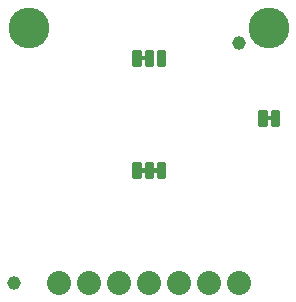
<source format=gbs>
G04 EAGLE Gerber RS-274X export*
G75*
%MOMM*%
%FSLAX34Y34*%
%LPD*%
%INSoldermask Bottom*%
%IPPOS*%
%AMOC8*
5,1,8,0,0,1.08239X$1,22.5*%
G01*
%ADD10C,3.454400*%
%ADD11C,1.152400*%
%ADD12C,2.032000*%
%ADD13C,0.251966*%

G36*
X134050Y106057D02*
X134050Y106057D01*
X134116Y106059D01*
X134159Y106077D01*
X134206Y106085D01*
X134263Y106119D01*
X134323Y106144D01*
X134358Y106175D01*
X134399Y106200D01*
X134441Y106251D01*
X134489Y106295D01*
X134511Y106337D01*
X134540Y106374D01*
X134561Y106436D01*
X134592Y106495D01*
X134600Y106549D01*
X134612Y106586D01*
X134611Y106626D01*
X134619Y106680D01*
X134619Y109220D01*
X134608Y109285D01*
X134606Y109351D01*
X134588Y109394D01*
X134580Y109441D01*
X134546Y109498D01*
X134521Y109558D01*
X134490Y109593D01*
X134465Y109634D01*
X134414Y109676D01*
X134370Y109724D01*
X134328Y109746D01*
X134291Y109775D01*
X134229Y109796D01*
X134170Y109827D01*
X134116Y109835D01*
X134079Y109847D01*
X134039Y109846D01*
X133985Y109854D01*
X130175Y109854D01*
X130110Y109843D01*
X130044Y109841D01*
X130001Y109823D01*
X129954Y109815D01*
X129897Y109781D01*
X129837Y109756D01*
X129802Y109725D01*
X129761Y109700D01*
X129720Y109649D01*
X129671Y109605D01*
X129649Y109563D01*
X129620Y109526D01*
X129599Y109464D01*
X129568Y109405D01*
X129560Y109351D01*
X129548Y109314D01*
X129548Y109311D01*
X129549Y109274D01*
X129541Y109220D01*
X129541Y106680D01*
X129552Y106615D01*
X129554Y106549D01*
X129572Y106506D01*
X129580Y106459D01*
X129614Y106402D01*
X129639Y106342D01*
X129670Y106307D01*
X129695Y106266D01*
X129746Y106225D01*
X129790Y106176D01*
X129832Y106154D01*
X129869Y106125D01*
X129931Y106104D01*
X129990Y106073D01*
X130044Y106065D01*
X130081Y106053D01*
X130121Y106054D01*
X130175Y106046D01*
X133985Y106046D01*
X134050Y106057D01*
G37*
G36*
X123890Y106057D02*
X123890Y106057D01*
X123956Y106059D01*
X123999Y106077D01*
X124046Y106085D01*
X124103Y106119D01*
X124163Y106144D01*
X124198Y106175D01*
X124239Y106200D01*
X124281Y106251D01*
X124329Y106295D01*
X124351Y106337D01*
X124380Y106374D01*
X124401Y106436D01*
X124432Y106495D01*
X124440Y106549D01*
X124452Y106586D01*
X124451Y106626D01*
X124459Y106680D01*
X124459Y109220D01*
X124448Y109285D01*
X124446Y109351D01*
X124428Y109394D01*
X124420Y109441D01*
X124386Y109498D01*
X124361Y109558D01*
X124330Y109593D01*
X124305Y109634D01*
X124254Y109676D01*
X124210Y109724D01*
X124168Y109746D01*
X124131Y109775D01*
X124069Y109796D01*
X124010Y109827D01*
X123956Y109835D01*
X123919Y109847D01*
X123879Y109846D01*
X123825Y109854D01*
X120015Y109854D01*
X119950Y109843D01*
X119884Y109841D01*
X119841Y109823D01*
X119794Y109815D01*
X119737Y109781D01*
X119677Y109756D01*
X119642Y109725D01*
X119601Y109700D01*
X119560Y109649D01*
X119511Y109605D01*
X119489Y109563D01*
X119460Y109526D01*
X119439Y109464D01*
X119408Y109405D01*
X119400Y109351D01*
X119388Y109314D01*
X119388Y109311D01*
X119389Y109274D01*
X119381Y109220D01*
X119381Y106680D01*
X119392Y106615D01*
X119394Y106549D01*
X119412Y106506D01*
X119420Y106459D01*
X119454Y106402D01*
X119479Y106342D01*
X119510Y106307D01*
X119535Y106266D01*
X119586Y106225D01*
X119630Y106176D01*
X119672Y106154D01*
X119709Y106125D01*
X119771Y106104D01*
X119830Y106073D01*
X119884Y106065D01*
X119921Y106053D01*
X119961Y106054D01*
X120015Y106046D01*
X123825Y106046D01*
X123890Y106057D01*
G37*
G36*
X123890Y201307D02*
X123890Y201307D01*
X123956Y201309D01*
X123999Y201327D01*
X124046Y201335D01*
X124103Y201369D01*
X124163Y201394D01*
X124198Y201425D01*
X124239Y201450D01*
X124281Y201501D01*
X124329Y201545D01*
X124351Y201587D01*
X124380Y201624D01*
X124401Y201686D01*
X124432Y201745D01*
X124440Y201799D01*
X124452Y201836D01*
X124451Y201876D01*
X124459Y201930D01*
X124459Y204470D01*
X124448Y204535D01*
X124446Y204601D01*
X124428Y204644D01*
X124420Y204691D01*
X124386Y204748D01*
X124361Y204808D01*
X124330Y204843D01*
X124305Y204884D01*
X124254Y204926D01*
X124210Y204974D01*
X124168Y204996D01*
X124131Y205025D01*
X124069Y205046D01*
X124010Y205077D01*
X123956Y205085D01*
X123919Y205097D01*
X123879Y205096D01*
X123825Y205104D01*
X120015Y205104D01*
X119950Y205093D01*
X119884Y205091D01*
X119841Y205073D01*
X119794Y205065D01*
X119737Y205031D01*
X119677Y205006D01*
X119642Y204975D01*
X119601Y204950D01*
X119560Y204899D01*
X119511Y204855D01*
X119489Y204813D01*
X119460Y204776D01*
X119439Y204714D01*
X119408Y204655D01*
X119400Y204601D01*
X119388Y204564D01*
X119388Y204561D01*
X119389Y204524D01*
X119381Y204470D01*
X119381Y201930D01*
X119392Y201865D01*
X119394Y201799D01*
X119412Y201756D01*
X119420Y201709D01*
X119454Y201652D01*
X119479Y201592D01*
X119510Y201557D01*
X119535Y201516D01*
X119586Y201475D01*
X119630Y201426D01*
X119672Y201404D01*
X119709Y201375D01*
X119771Y201354D01*
X119830Y201323D01*
X119884Y201315D01*
X119921Y201303D01*
X119961Y201304D01*
X120015Y201296D01*
X123825Y201296D01*
X123890Y201307D01*
G37*
G36*
X230570Y150507D02*
X230570Y150507D01*
X230636Y150509D01*
X230679Y150527D01*
X230726Y150535D01*
X230783Y150569D01*
X230843Y150594D01*
X230878Y150625D01*
X230919Y150650D01*
X230961Y150701D01*
X231009Y150745D01*
X231031Y150787D01*
X231060Y150824D01*
X231081Y150886D01*
X231112Y150945D01*
X231120Y150999D01*
X231132Y151036D01*
X231131Y151076D01*
X231139Y151130D01*
X231139Y153670D01*
X231128Y153735D01*
X231126Y153801D01*
X231108Y153844D01*
X231100Y153891D01*
X231066Y153948D01*
X231041Y154008D01*
X231010Y154043D01*
X230985Y154084D01*
X230934Y154126D01*
X230890Y154174D01*
X230848Y154196D01*
X230811Y154225D01*
X230749Y154246D01*
X230690Y154277D01*
X230636Y154285D01*
X230599Y154297D01*
X230559Y154296D01*
X230505Y154304D01*
X226695Y154304D01*
X226630Y154293D01*
X226564Y154291D01*
X226521Y154273D01*
X226474Y154265D01*
X226417Y154231D01*
X226357Y154206D01*
X226322Y154175D01*
X226281Y154150D01*
X226240Y154099D01*
X226191Y154055D01*
X226169Y154013D01*
X226140Y153976D01*
X226119Y153914D01*
X226088Y153855D01*
X226080Y153801D01*
X226068Y153764D01*
X226068Y153761D01*
X226069Y153724D01*
X226061Y153670D01*
X226061Y151130D01*
X226072Y151065D01*
X226074Y150999D01*
X226092Y150956D01*
X226100Y150909D01*
X226134Y150852D01*
X226159Y150792D01*
X226190Y150757D01*
X226215Y150716D01*
X226266Y150675D01*
X226310Y150626D01*
X226352Y150604D01*
X226389Y150575D01*
X226451Y150554D01*
X226510Y150523D01*
X226564Y150515D01*
X226601Y150503D01*
X226641Y150504D01*
X226695Y150496D01*
X230505Y150496D01*
X230570Y150507D01*
G37*
D10*
X228600Y228600D03*
X25400Y228600D03*
D11*
X12700Y12700D03*
X203200Y215900D03*
D12*
X50800Y12700D03*
X76200Y12700D03*
X101600Y12700D03*
X127000Y12700D03*
X152400Y12700D03*
X177800Y12700D03*
X203200Y12700D03*
D13*
X140218Y209052D02*
X134610Y209052D01*
X140218Y209052D02*
X140218Y197348D01*
X134610Y197348D01*
X134610Y209052D01*
X134610Y199742D02*
X140218Y199742D01*
X140218Y202136D02*
X134610Y202136D01*
X134610Y204530D02*
X140218Y204530D01*
X140218Y206924D02*
X134610Y206924D01*
X129804Y209052D02*
X124196Y209052D01*
X129804Y209052D02*
X129804Y197348D01*
X124196Y197348D01*
X124196Y209052D01*
X124196Y199742D02*
X129804Y199742D01*
X129804Y202136D02*
X124196Y202136D01*
X124196Y204530D02*
X129804Y204530D01*
X129804Y206924D02*
X124196Y206924D01*
X119390Y209052D02*
X113782Y209052D01*
X119390Y209052D02*
X119390Y197348D01*
X113782Y197348D01*
X113782Y209052D01*
X113782Y199742D02*
X119390Y199742D01*
X119390Y202136D02*
X113782Y202136D01*
X113782Y204530D02*
X119390Y204530D01*
X119390Y206924D02*
X113782Y206924D01*
X134610Y113802D02*
X140218Y113802D01*
X140218Y102098D01*
X134610Y102098D01*
X134610Y113802D01*
X134610Y104492D02*
X140218Y104492D01*
X140218Y106886D02*
X134610Y106886D01*
X134610Y109280D02*
X140218Y109280D01*
X140218Y111674D02*
X134610Y111674D01*
X129804Y113802D02*
X124196Y113802D01*
X129804Y113802D02*
X129804Y102098D01*
X124196Y102098D01*
X124196Y113802D01*
X124196Y104492D02*
X129804Y104492D01*
X129804Y106886D02*
X124196Y106886D01*
X124196Y109280D02*
X129804Y109280D01*
X129804Y111674D02*
X124196Y111674D01*
X119390Y113802D02*
X113782Y113802D01*
X119390Y113802D02*
X119390Y102098D01*
X113782Y102098D01*
X113782Y113802D01*
X113782Y104492D02*
X119390Y104492D01*
X119390Y106886D02*
X113782Y106886D01*
X113782Y109280D02*
X119390Y109280D01*
X119390Y111674D02*
X113782Y111674D01*
X220589Y146548D02*
X226197Y146548D01*
X220589Y146548D02*
X220589Y158252D01*
X226197Y158252D01*
X226197Y146548D01*
X226197Y148942D02*
X220589Y148942D01*
X220589Y151336D02*
X226197Y151336D01*
X226197Y153730D02*
X220589Y153730D01*
X220589Y156124D02*
X226197Y156124D01*
X231003Y146548D02*
X236611Y146548D01*
X231003Y146548D02*
X231003Y158252D01*
X236611Y158252D01*
X236611Y146548D01*
X236611Y148942D02*
X231003Y148942D01*
X231003Y151336D02*
X236611Y151336D01*
X236611Y153730D02*
X231003Y153730D01*
X231003Y156124D02*
X236611Y156124D01*
M02*

</source>
